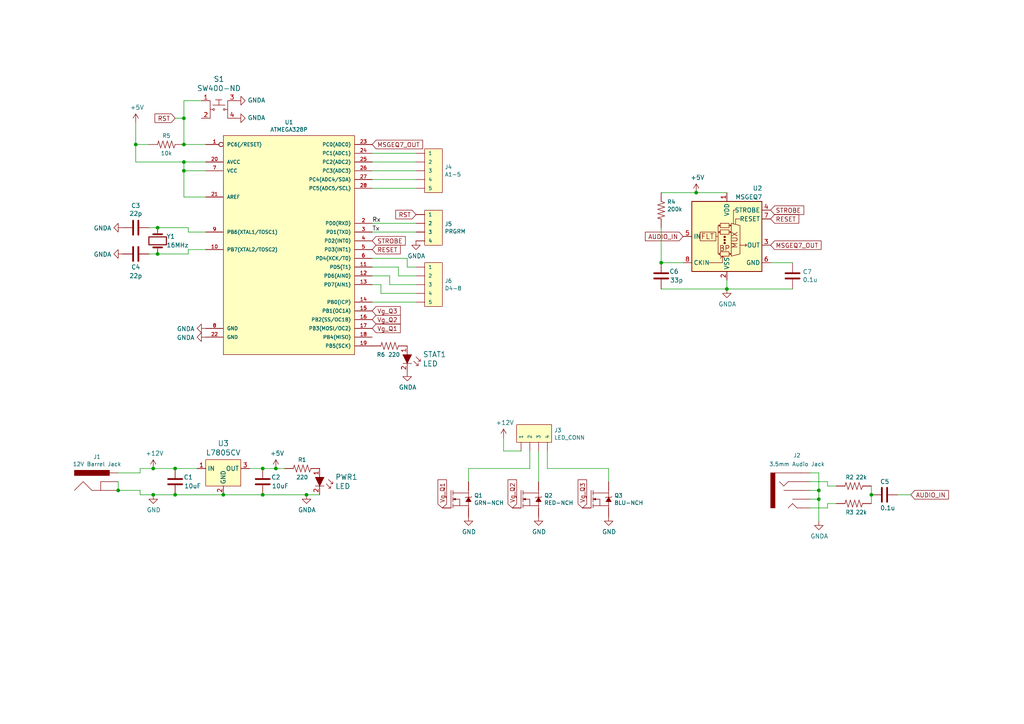
<source format=kicad_sch>
(kicad_sch (version 20231120) (generator "eeschema") (generator_version "8.0")
  (paper "A4")
  (lib_symbols
    (symbol "Audio:MSGEQ7"
      (property "Reference" "U" (at -2.54 13.97 0))
      (property "Value" "MSGEQ7" (at -2.54 11.43 0))
      (symbol "MSGEQ7_0_0"
        (polyline (pts (xy -5.08 -7.62) (xy -1.27 -7.62) (xy -1.27 -5.715)))
        (polyline (pts (xy -1.905 -6.35) (xy -1.27 -5.715) (xy -0.635 -6.35)))
        (polyline (pts (xy 2.54 7.62) (xy 1.905 7.62) (xy 1.905 3.683)))
        (polyline (pts (xy 3.81 5.08) (xy 2.54 5.08) (xy 2.54 3.556)))
        (text "BP" (at -0.635 -3.429 0) (effects (font (size 1.524 1.524))))
        (text "FLT" (at -5.588 0 0) (effects (font (size 1.524 1.524))))
        (text "MUX" (at 2.286 -1.016 900) (effects (font (size 1.524 1.524))))
      )
      (symbol "MSGEQ7_0_1"
        (rectangle (start -3.175 -1.27) (end -7.747 1.27))
        (rectangle (start -1.905 -4.445) (end 0.635 -5.715))
        (rectangle (start -1.905 1.905) (end 0.635 0.635))
        (circle (center -0.635 -1.905) (radius 0.254) (fill (type outline)))
        (circle (center -0.635 -1.016) (radius 0.254) (fill (type outline)))
        (circle (center -0.635 -0.127) (radius 0.254) (fill (type outline)))
        (polyline (pts (xy -3.175 0) (xy -2.54 0)))
        (polyline (pts (xy -2.54 1.27) (xy -1.905 1.27)))
        (polyline (pts (xy 0.635 -5.08) (xy 1.27 -5.08)))
        (polyline (pts (xy 0.635 1.27) (xy 1.27 1.27)))
        (polyline (pts (xy 0.635 3.175) (xy 1.27 3.175)))
        (polyline (pts (xy 3.81 -2.54) (xy 5.715 -2.54)))
        (polyline (pts (xy 5.715 -2.54) (xy 5.334 -2.921)))
        (polyline (pts (xy 5.715 -2.54) (xy 5.334 -2.159)))
        (polyline (pts (xy -2.286 -4.826) (xy -2.032 -5.08) (xy -2.286 -5.334)))
        (polyline (pts (xy -2.286 1.524) (xy -2.032 1.27) (xy -2.286 1.016)))
        (polyline (pts (xy -2.286 3.429) (xy -2.032 3.175) (xy -2.286 2.921)))
        (polyline (pts (xy 0.889 -4.826) (xy 1.143 -5.08) (xy 0.889 -5.334)))
        (polyline (pts (xy 0.889 1.524) (xy 1.143 1.27) (xy 0.889 1.016)))
        (polyline (pts (xy 0.889 3.429) (xy 1.143 3.175) (xy 0.889 2.921)))
        (polyline (pts (xy -1.905 3.175) (xy -2.54 3.175) (xy -2.54 -5.08) (xy -1.905 -5.08)))
        (polyline (pts (xy 1.27 3.81) (xy 1.27 -5.715) (xy 3.81 -5.08) (xy 3.81 3.175) (xy 1.27 3.81)))
        (rectangle (start 0.635 2.54) (end -1.905 3.81))
        (rectangle (start 10.16 10.16) (end -10.16 -10.16) (stroke (width 0.254)) (fill (type background)))
      )
      (symbol "MSGEQ7_1_1"
        (pin power_in line (at 0 12.7 270) (length 2.54) (name "VDD") (number "1"))
        (pin power_in line (at 0 -12.7 90) (length 2.54) (name "VSS") (number "2"))
        (pin output line (at 12.7 -2.54 180) (length 2.54) (name "OUT") (number "3"))
        (pin input line (at 12.7 7.62 180) (length 2.54) (name "STROBE") (number "4"))
        (pin input line (at -12.7 0 0) (length 2.54) (name "IN") (number "5"))
        (pin power_out line (at 12.7 -7.62 180) (length 2.54) (name "GND") (number "6"))
        (pin input line (at 12.7 5.08 180) (length 2.54) (name "RESET") (number "7"))
        (pin input line (at -12.7 -7.62 0) (length 2.54) (name "CKIN") (number "8"))
      )
    )
    (symbol "Device:C" (pin_numbers hide) (pin_names (offset 0.254))
      (property "Reference" "C" (at 0.635 2.54 0))
      (property "Value" "C" (at 0.635 -2.54 0))
      (symbol "C_0_1"
        (polyline (pts (xy -2.032 -0.762) (xy 2.032 -0.762)) (stroke (width 0.508)))
        (polyline (pts (xy -2.032 0.762) (xy 2.032 0.762)) (stroke (width 0.508)))
      )
      (symbol "C_1_1"
        (pin passive line (at 0 3.81 270) (length 2.794) (name "~") (number "1"))
        (pin passive line (at 0 -3.81 90) (length 2.794) (name "~") (number "2"))
      )
    )
    (symbol "Device:Crystal" (pin_numbers hide) (pin_names (offset 1.016) hide)
      (property "Reference" "Y" (at 0 3.81 0))
      (property "Value" "Crystal" (at 0 -3.81 0))
      (symbol "Crystal_0_1"
        (rectangle (start -1.143 2.54) (end 1.143 -2.54) (stroke (width 0.3048)))
        (polyline (pts (xy -2.54 0) (xy -1.905 0)))
        (polyline (pts (xy -1.905 -1.27) (xy -1.905 1.27)) (stroke (width 0.508)))
        (polyline (pts (xy 1.905 -1.27) (xy 1.905 1.27)) (stroke (width 0.508)))
        (polyline (pts (xy 2.54 0) (xy 1.905 0)))
      )
      (symbol "Crystal_1_1"
        (pin passive line (at -3.81 0 0) (length 1.27) (name "1") (number "1"))
        (pin passive line (at 3.81 0 180) (length 1.27) (name "2") (number "2"))
      )
    )
    (symbol "LED-Music-rescue:+12V-power" (power) (pin_names (offset 0))
      (property "Value" "power_+12V" (at 0 3.556 0))
      (symbol "+12V-power_0_1"
        (polyline (pts (xy -0.762 1.27) (xy 0 2.54)))
        (polyline (pts (xy 0 0) (xy 0 2.54)))
        (polyline (pts (xy 0 2.54) (xy 0.762 1.27)))
      )
      (symbol "+12V-power_1_1"
        (pin power_in line (at 0 0 90) (length 0) hide (name "+12V") (number "1"))
      )
    )
    (symbol "LED-Music-rescue:+5V-power" (power) (pin_names (offset 0))
      (property "Value" "power_+5V" (at 0 3.556 0))
      (symbol "+5V-power_0_1"
        (polyline (pts (xy -0.762 1.27) (xy 0 2.54)))
        (polyline (pts (xy 0 0) (xy 0 2.54)))
        (polyline (pts (xy 0 2.54) (xy 0.762 1.27)))
      )
      (symbol "+5V-power_1_1"
        (pin power_in line (at 0 0 90) (length 0) hide (name "+5V") (number "1"))
      )
    )
    (symbol "LED-Music-rescue:ATMEGA328P_PDIP-SparkFun-IC-Microcontroller" (pin_names (offset 1.016))
      (property "Reference" "U" (at -19.05 33.02 0))
      (property "Value" "SparkFun-IC-Microcontroller_ATMEGA328P_PDIP" (at -19.05 -34.29 0))
      (property "Field5" "IC-09136" (at 0 35.56 0))
      (symbol "ATMEGA328P_PDIP-SparkFun-IC-Microcontroller_1_1"
        (polyline (pts (xy -19.05 31.75) (xy 19.05 31.75) (xy 19.05 -31.75) (xy -19.05 -31.75) (xy -19.05 31.75)) (fill (type background)))
        (pin bidirectional inverted (at -24.13 29.21 0) (length 5.08) (name "PC6(/RESET)") (number "1"))
        (pin bidirectional line (at -24.13 -1.27 0) (length 5.08) (name "PB7(XTAL2/TOSC2)") (number "10"))
        (pin bidirectional line (at 24.13 -6.35 180) (length 5.08) (name "PD5(T1)") (number "11"))
        (pin bidirectional line (at 24.13 -8.89 180) (length 5.08) (name "PD6(AIN0)") (number "12"))
        (pin bidirectional line (at 24.13 -11.43 180) (length 5.08) (name "PD7(AIN1)") (number "13"))
        (pin bidirectional line (at 24.13 -16.51 180) (length 5.08) (name "PB0(ICP)") (number "14"))
        (pin bidirectional line (at 24.13 -19.05 180) (length 5.08) (name "PB1(OC1A)") (number "15"))
        (pin bidirectional line (at 24.13 -21.59 180) (length 5.08) (name "PB2(SS/OC1B)") (number "16"))
        (pin bidirectional line (at 24.13 -24.13 180) (length 5.08) (name "PB3(MOSI/OC2)") (number "17"))
        (pin bidirectional line (at 24.13 -26.67 180) (length 5.08) (name "PB4(MISO)") (number "18"))
        (pin bidirectional line (at 24.13 -29.21 180) (length 5.08) (name "PB5(SCK)") (number "19"))
        (pin bidirectional line (at 24.13 6.35 180) (length 5.08) (name "PD0(RXD)") (number "2"))
        (pin bidirectional line (at -24.13 24.13 0) (length 5.08) (name "AVCC") (number "20"))
        (pin bidirectional line (at -24.13 13.97 0) (length 5.08) (name "AREF") (number "21"))
        (pin bidirectional line (at -24.13 -26.67 0) (length 5.08) (name "GND") (number "22"))
        (pin bidirectional line (at 24.13 29.21 180) (length 5.08) (name "PC0(ADC0)") (number "23"))
        (pin bidirectional line (at 24.13 26.67 180) (length 5.08) (name "PC1(ADC1)") (number "24"))
        (pin bidirectional line (at 24.13 24.13 180) (length 5.08) (name "PC2(ADC2)") (number "25"))
        (pin bidirectional line (at 24.13 21.59 180) (length 5.08) (name "PC3(ADC3)") (number "26"))
        (pin bidirectional line (at 24.13 19.05 180) (length 5.08) (name "PC4(ADC4/SDA)") (number "27"))
        (pin bidirectional line (at 24.13 16.51 180) (length 5.08) (name "PC5(ADC5/SCL)") (number "28"))
        (pin bidirectional line (at 24.13 3.81 180) (length 5.08) (name "PD1(TXD)") (number "3"))
        (pin bidirectional line (at 24.13 1.27 180) (length 5.08) (name "PD2(INT0)") (number "4"))
        (pin bidirectional line (at 24.13 -1.27 180) (length 5.08) (name "PD3(INT1)") (number "5"))
        (pin bidirectional line (at 24.13 -3.81 180) (length 5.08) (name "PD4(XCK/T0)") (number "6"))
        (pin bidirectional line (at -24.13 21.59 0) (length 5.08) (name "VCC") (number "7"))
        (pin bidirectional line (at -24.13 -24.13 0) (length 5.08) (name "GND") (number "8"))
        (pin bidirectional line (at -24.13 3.81 0) (length 5.08) (name "PB6(XTAL1/TOSC1)") (number "9"))
      )
    )
    (symbol "LED-Music-rescue:AUDIO_JACK_3.5MM_PTH-SparkFun-Connectors" (pin_numbers hide) (pin_names (offset 1.016) hide)
      (property "Reference" "J" (at -6.35 6.35 0))
      (property "Value" "SparkFun-Connectors_AUDIO_JACK_3.5MM_PTH" (at -6.35 -7.62 0))
      (property "Field5" "CONN-08774" (at 0 10.16 0))
      (symbol "AUDIO_JACK_3.5MM_PTH-SparkFun-Connectors_1_0"
        (polyline (pts (xy -2.54 0) (xy 2.54 0)))
        (polyline (pts (xy -2.54 1.27) (xy -3.81 2.54)))
        (polyline (pts (xy -1.27 -5.08) (xy 0 -3.81)))
        (polyline (pts (xy -1.27 2.54) (xy -2.54 1.27)))
        (polyline (pts (xy 0 -3.81) (xy 1.27 -5.08)))
        (polyline (pts (xy 0 -2.54) (xy 2.54 -2.54)))
        (polyline (pts (xy 1.27 -5.08) (xy 2.54 -5.08)))
        (polyline (pts (xy 2.54 2.54) (xy -1.27 2.54)))
        (polyline (pts (xy 2.54 5.08) (xy -5.08 5.08)))
      )
      (symbol "AUDIO_JACK_3.5MM_PTH-SparkFun-Connectors_1_1"
        (rectangle (start -6.35 -5.08) (end -5.08 5.08) (fill (type outline)))
        (pin bidirectional line (at 5.08 2.54 180) (length 2.54) (name "RING") (number "RING"))
        (pin bidirectional line (at 5.08 0 180) (length 2.54) (name "RSH") (number "RSH"))
        (pin bidirectional line (at 5.08 5.08 180) (length 2.54) (name "SLEEVE") (number "SLEE"))
        (pin bidirectional line (at 5.08 -5.08 180) (length 2.54) (name "TIP") (number "TIP"))
        (pin bidirectional line (at 5.08 -2.54 180) (length 2.54) (name "TSH") (number "TSH"))
      )
    )
    (symbol "LED-Music-rescue:CONN_04-SparkFun-Connectors" (pin_numbers hide) (pin_names (offset 1.016))
      (property "Reference" "J" (at -5.08 10.16 0))
      (property "Value" "SparkFun-Connectors_CONN_04" (at -5.08 -3.81 0))
      (property "Field5" "CONN-09696" (at 0 13.97 0))
      (symbol "CONN_04-SparkFun-Connectors_0_1"
        (rectangle (start 0 -1.27) (end -5.08 8.89) (fill (type background)))
      )
      (symbol "CONN_04-SparkFun-Connectors_1_1"
        (pin passive line (at 2.54 0 180) (length 2.54) (name "1") (number "1"))
        (pin passive line (at 2.54 2.54 180) (length 2.54) (name "2") (number "2"))
        (pin passive line (at 2.54 5.08 180) (length 2.54) (name "3") (number "3"))
        (pin passive line (at 2.54 7.62 180) (length 2.54) (name "4") (number "4"))
      )
    )
    (symbol "LED-Music-rescue:CONN_05-SparkFun-Connectors" (pin_numbers hide) (pin_names (offset 1.016))
      (property "Reference" "J" (at -5.08 12.7 0))
      (property "Value" "SparkFun-Connectors_CONN_05" (at -5.08 -3.81 0))
      (property "Field5" "XXX-00000" (at 0 16.51 0))
      (symbol "CONN_05-SparkFun-Connectors_0_1"
        (rectangle (start 0 -1.27) (end -5.08 11.43) (fill (type background)))
      )
      (symbol "CONN_05-SparkFun-Connectors_1_1"
        (pin passive line (at 2.54 0 180) (length 2.54) (name "1") (number "1"))
        (pin passive line (at 2.54 2.54 180) (length 2.54) (name "2") (number "2"))
        (pin passive line (at 2.54 5.08 180) (length 2.54) (name "3") (number "3"))
        (pin passive line (at 2.54 7.62 180) (length 2.54) (name "4") (number "4"))
        (pin passive line (at 2.54 10.16 180) (length 2.54) (name "5") (number "5"))
      )
    )
    (symbol "LED-Music-rescue:GND-power" (power) (pin_names (offset 0))
      (property "Value" "power_GND" (at 0 -3.81 0))
      (symbol "GND-power_0_1"
        (polyline (pts (xy 0 0) (xy 0 -1.27) (xy 1.27 -1.27) (xy 0 -2.54) (xy -1.27 -1.27) (xy 0 -1.27)))
      )
      (symbol "GND-power_1_1"
        (pin power_in line (at 0 0 270) (length 0) hide (name "GND") (number "1"))
      )
    )
    (symbol "LED-Music-rescue:GNDA-power" (power) (pin_names (offset 0))
      (property "Value" "power_GNDA" (at 0 -3.81 0))
      (symbol "GNDA-power_0_1"
        (polyline (pts (xy 0 0) (xy 0 -1.27) (xy 1.27 -1.27) (xy 0 -2.54) (xy -1.27 -1.27) (xy 0 -1.27)))
      )
      (symbol "GNDA-power_1_1"
        (pin power_in line (at 0 0 270) (length 0) hide (name "GNDA") (number "1"))
      )
    )
    (symbol "LED-Music-rescue:L7805CV-dk_PMIC-Voltage-Regulators-Linear"
      (property "Reference" "U" (at 0 3.81 0))
      (property "Value" "dk_PMIC-Voltage-Regulators-Linear_L7805CV" (at 0 6.35 0))
      (symbol "L7805CV-dk_PMIC-Voltage-Regulators-Linear_1_1"
        (rectangle (start -5.08 2.54) (end 5.08 -5.08) (fill (type background)))
        (pin power_in line (at -7.62 0 0) (length 2.54) (name "IN") (number "1"))
        (pin power_in line (at 0 -7.62 90) (length 2.54) (name "GND") (number "2"))
        (pin power_out line (at 7.62 0 180) (length 2.54) (name "OUT") (number "3"))
      )
    )
    (symbol "LED-Music-rescue:LG_R971-KN-1-dk_LED-Indication-Discrete" (pin_names (offset 0))
      (property "Reference" "D" (at -5.08 3.81 0))
      (property "Value" "dk_LED-Indication-Discrete_LG_R971-KN-1" (at -1.27 -3.81 0))
      (symbol "LG_R971-KN-1-dk_LED-Indication-Discrete_0_1"
        (polyline (pts (xy -0.635 3.81) (xy -1.905 2.54)))
        (polyline (pts (xy 0 1.27) (xy 0 -1.27)))
        (polyline (pts (xy 0.635 3.175) (xy -0.635 1.905)))
        (polyline (pts (xy -1.27 3.81) (xy -0.635 3.81) (xy -0.635 3.175)))
        (polyline (pts (xy 0 3.175) (xy 0.635 3.175) (xy 0.635 2.54)))
        (polyline (pts (xy -2.54 1.27) (xy -2.54 -1.27) (xy 0 0) (xy -2.54 1.27)) (fill (type outline)))
      )
      (symbol "LG_R971-KN-1-dk_LED-Indication-Discrete_1_1"
        (pin passive line (at -5.08 0 0) (length 2.54) (name "~") (number "1"))
        (pin passive line (at 2.54 0 180) (length 2.54) (name "~") (number "2"))
      )
    )
    (symbol "LED-Music-rescue:MOSFET-NCH-FQP30N06L-SparkFun-DiscreteSemi" (pin_numbers hide) (pin_names (offset 1.016) hide)
      (property "Reference" "Q" (at 3.81 3.81 0))
      (property "Value" "SparkFun-DiscreteSemi_MOSFET-NCH-FQP30N06L" (at 3.81 -5.08 0))
      (property "Field5" "TRANS-10060" (at 0 7.62 0))
      (symbol "MOSFET-NCH-FQP30N06L-SparkFun-DiscreteSemi_1_0"
        (polyline (pts (xy -2.54 -2.54) (xy -2.54 2.54)))
        (polyline (pts (xy -1.9812 -1.905) (xy -1.9812 -2.54)))
        (polyline (pts (xy -1.9812 -1.905) (xy 0 -1.905)))
        (polyline (pts (xy -1.9812 -1.2954) (xy -1.9812 -1.905)))
        (polyline (pts (xy -1.9812 0.6858) (xy -1.9812 -0.8382)))
        (polyline (pts (xy -1.9812 1.8034) (xy -1.9812 1.0922)))
        (polyline (pts (xy -1.9812 1.8034) (xy 2.54 1.8034)))
        (polyline (pts (xy -1.9812 2.54) (xy -1.9812 1.8034)))
        (polyline (pts (xy 0 -1.905) (xy 0 0)))
        (polyline (pts (xy 0 0) (xy -1.2192 0)))
        (polyline (pts (xy 1.6002 0.381) (xy 1.778 0.5588)))
        (polyline (pts (xy 2.54 -2.54) (xy 2.54 -1.905)))
        (polyline (pts (xy 2.54 -1.905) (xy 0 -1.905)))
        (polyline (pts (xy 2.54 -0.7112) (xy 2.54 -1.905)))
        (polyline (pts (xy 2.54 0.5588) (xy 1.778 0.5588)))
        (polyline (pts (xy 2.54 0.5588) (xy 3.302 0.5588)))
        (polyline (pts (xy 2.54 1.8034) (xy 2.54 0.5588)))
        (polyline (pts (xy 2.54 2.54) (xy 2.54 1.8034)))
        (polyline (pts (xy 3.302 0.5588) (xy 3.4798 0.7366)))
      )
      (symbol "MOSFET-NCH-FQP30N06L-SparkFun-DiscreteSemi_1_1"
        (polyline (pts (xy -1.9812 0) (xy -1.2192 0.254) (xy -1.2192 0.254) (xy -1.2192 -0.254) (xy -1.2192 -0.254) (xy -1.9812 0)) (fill (type outline)))
        (polyline (pts (xy 1.778 -0.7112) (xy 2.54 0.5588) (xy 2.54 0.5588) (xy 3.302 -0.7112) (xy 3.302 -0.7112) (xy 1.778 -0.7112)) (fill (type outline)))
        (pin bidirectional line (at -5.08 -2.54 0) (length 2.54) (name "G") (number "1"))
        (pin bidirectional line (at 2.54 5.08 270) (length 2.54) (name "D") (number "2"))
        (pin bidirectional line (at 2.54 -5.08 90) (length 2.54) (name "S") (number "3"))
      )
    )
    (symbol "LED-Music-rescue:POWER_JACKSLT-SparkFun-Connectors" (pin_numbers hide) (pin_names (offset 1.016) hide)
      (property "Reference" "J" (at -7.62 3.81 0))
      (property "Value" "SparkFun-Connectors_POWER_JACKSLT" (at -7.62 -5.08 0))
      (property "Field5" "PRT-00119" (at 0 7.62 0))
      (symbol "POWER_JACKSLT-SparkFun-Connectors_1_0"
        (polyline (pts (xy -7.62 -2.54) (xy -5.08 0)))
        (polyline (pts (xy -5.08 0) (xy -2.54 -2.54)))
        (polyline (pts (xy -2.54 -2.54) (xy 0 -2.54)))
        (polyline (pts (xy 0 -2.54) (xy 0 0)))
        (polyline (pts (xy 0 -2.54) (xy 2.54 -2.54)))
        (polyline (pts (xy 0 0) (xy 2.54 0)))
      )
      (symbol "POWER_JACKSLT-SparkFun-Connectors_1_1"
        (rectangle (start -7.62 1.778) (end 2.54 3.302) (fill (type outline)))
        (pin bidirectional line (at 5.08 -2.54 180) (length 2.54) (name "GND") (number "GND@"))
        (pin bidirectional line (at 5.08 0 180) (length 2.54) (name "GNDBREAK") (number "GND@"))
        (pin bidirectional line (at 5.08 2.54 180) (length 2.54) (name "PWR") (number "PWR"))
      )
    )
    (symbol "LED-Music-rescue:RESISTOR1206-SparkFun-Resistors" (pin_numbers hide) (pin_names (offset 1.016) hide)
      (property "Reference" "R" (at -5.08 1.27 0))
      (property "Value" "SparkFun-Resistors_RESISTOR1206" (at -5.08 -3.81 0))
      (property "Field5" " " (at 0 5.08 0))
      (symbol "RESISTOR1206-SparkFun-Resistors_1_0"
        (polyline (pts (xy -2.54 0) (xy -2.159 1.016)))
        (polyline (pts (xy -2.159 1.016) (xy -1.524 -1.016)))
        (polyline (pts (xy -1.524 -1.016) (xy -0.889 1.016)))
        (polyline (pts (xy -0.889 1.016) (xy -0.254 -1.016)))
        (polyline (pts (xy -0.254 -1.016) (xy 0.381 1.016)))
        (polyline (pts (xy 0.381 1.016) (xy 1.016 -1.016)))
        (polyline (pts (xy 1.016 -1.016) (xy 1.651 1.016)))
        (polyline (pts (xy 1.651 1.016) (xy 2.286 -1.016)))
        (polyline (pts (xy 2.286 -1.016) (xy 2.54 0)))
      )
      (symbol "RESISTOR1206-SparkFun-Resistors_1_1"
        (pin passive line (at -5.08 0 0) (length 2.54) (name "1") (number "1"))
        (pin passive line (at 5.08 0 180) (length 2.54) (name "2") (number "2"))
      )
    )
    (symbol "LED-Music-rescue:SW400-ND-SW400-ND" (pin_names (offset 1.016))
      (property "Reference" "S" (at 0 5.08 0))
      (property "Value" "SW400-ND_SW400-ND" (at 0 -5.08 0))
      (symbol "SW400-ND-SW400-ND_0_1"
        (circle (center -1.524 0) (radius 0.254))
        (polyline (pts (xy -2.54 2.54) (xy -2.54 -2.54)))
        (polyline (pts (xy -1.778 0) (xy -2.54 0)))
        (polyline (pts (xy -1.778 1.27) (xy 1.778 1.27)))
        (polyline (pts (xy 2.54 -2.54) (xy 2.54 2.54)))
        (polyline (pts (xy 2.54 0) (xy 1.778 0)))
        (circle (center 1.524 0) (radius 0.254))
      )
      (symbol "SW400-ND-SW400-ND_1_1"
        (polyline (pts (xy -1.016 2.794) (xy 0.889 2.794)))
        (polyline (pts (xy 0 2.794) (xy 0 1.27)))
        (pin passive line (at -5.08 2.54 0) (length 2.54) (name "~") (number "1"))
        (pin passive line (at -5.08 -2.54 0) (length 2.54) (name "~") (number "2"))
        (pin passive line (at 5.08 2.54 180) (length 2.54) (name "~") (number "3"))
        (pin passive line (at 5.08 -2.54 180) (length 2.54) (name "~") (number "4"))
      )
    )
  )
  (junction (at 39.37 41.91))
  (junction (at 76.2 135.89))
  (junction (at 64.77 143.51))
  (junction (at 45.72 73.66))
  (junction (at 252.73 143.51))
  (junction (at 45.72 66.04))
  (junction (at 237.49 142.24))
  (junction (at 44.45 135.89))
  (junction (at 201.93 55.88))
  (junction (at 191.77 76.2))
  (junction (at 44.45 143.51))
  (junction (at 53.34 41.91))
  (junction (at 50.8 143.51))
  (junction (at 76.2 143.51))
  (junction (at 80.01 135.89))
  (junction (at 53.34 46.99))
  (junction (at 53.34 49.53))
  (junction (at 210.82 83.82))
  (junction (at 50.8 135.89))
  (junction (at 237.49 144.78))
  (junction (at 34.29 142.24))
  (junction (at 53.34 34.29))
  (junction (at 88.9 143.51))
  (wire (pts (xy 107.95 49.53) (xy 120.65 49.53)))
  (wire (pts (xy 118.11 74.93) (xy 107.95 74.93)))
  (wire (pts (xy 210.82 83.82) (xy 229.87 83.82)))
  (wire (pts (xy 135.89 135.89) (xy 135.89 139.7)))
  (wire (pts (xy 39.37 41.91) (xy 43.18 41.91)))
  (wire (pts (xy 113.03 82.55) (xy 113.03 80.01)))
  (wire (pts (xy 115.57 80.01) (xy 120.65 80.01)))
  (wire (pts (xy 72.39 135.89) (xy 76.2 135.89)))
  (wire (pts (xy 40.64 143.51) (xy 40.64 142.24)))
  (wire (pts (xy 110.49 85.09) (xy 120.65 85.09)))
  (wire (pts (xy 191.77 55.88) (xy 201.93 55.88)))
  (wire (pts (xy 156.21 130.81) (xy 156.21 139.7)))
  (wire (pts (xy 237.49 142.24) (xy 234.95 142.24)))
  (wire (pts (xy 88.9 143.51) (xy 92.71 143.51)))
  (wire (pts (xy 59.69 41.91) (xy 53.34 41.91)))
  (wire (pts (xy 210.82 81.28) (xy 210.82 83.82)))
  (wire (pts (xy 45.72 73.66) (xy 54.61 73.66)))
  (wire (pts (xy 53.34 46.99) (xy 53.34 49.53)))
  (wire (pts (xy 76.2 143.51) (xy 88.9 143.51)))
  (wire (pts (xy 240.03 147.32) (xy 234.95 147.32)))
  (wire (pts (xy 45.72 66.04) (xy 54.61 66.04)))
  (wire (pts (xy 146.05 130.81) (xy 151.13 130.81)))
  (wire (pts (xy 191.77 76.2) (xy 198.12 76.2)))
  (wire (pts (xy 34.29 137.16) (xy 40.64 137.16)))
  (wire (pts (xy 120.65 77.47) (xy 118.11 77.47)))
  (wire (pts (xy 240.03 146.05) (xy 240.03 147.32)))
  (wire (pts (xy 107.95 44.45) (xy 120.65 44.45)))
  (wire (pts (xy 153.67 135.89) (xy 153.67 130.81)))
  (wire (pts (xy 113.03 80.01) (xy 107.95 80.01)))
  (wire (pts (xy 40.64 137.16) (xy 40.64 135.89)))
  (wire (pts (xy 57.15 135.89) (xy 50.8 135.89)))
  (wire (pts (xy 234.95 137.16) (xy 237.49 137.16)))
  (wire (pts (xy 115.57 77.47) (xy 115.57 80.01)))
  (wire (pts (xy 252.73 146.05) (xy 252.73 143.51)))
  (wire (pts (xy 191.77 66.04) (xy 191.77 76.2)))
  (wire (pts (xy 40.64 135.89) (xy 44.45 135.89)))
  (wire (pts (xy 107.95 67.31) (xy 120.65 67.31)))
  (wire (pts (xy 242.57 146.05) (xy 240.03 146.05)))
  (wire (pts (xy 59.69 72.39) (xy 54.61 72.39)))
  (wire (pts (xy 76.2 135.89) (xy 80.01 135.89)))
  (wire (pts (xy 54.61 72.39) (xy 54.61 73.66)))
  (wire (pts (xy 107.95 64.77) (xy 120.65 64.77)))
  (wire (pts (xy 107.95 82.55) (xy 110.49 82.55)))
  (wire (pts (xy 120.65 46.99) (xy 107.95 46.99)))
  (wire (pts (xy 242.57 140.97) (xy 240.03 140.97)))
  (wire (pts (xy 153.67 135.89) (xy 135.89 135.89)))
  (wire (pts (xy 120.65 52.07) (xy 107.95 52.07)))
  (wire (pts (xy 43.18 73.66) (xy 45.72 73.66)))
  (wire (pts (xy 223.52 76.2) (xy 229.87 76.2)))
  (wire (pts (xy 53.34 49.53) (xy 53.34 57.15)))
  (wire (pts (xy 53.34 34.29) (xy 53.34 41.91)))
  (wire (pts (xy 40.64 142.24) (xy 34.29 142.24)))
  (wire (pts (xy 252.73 143.51) (xy 252.73 140.97)))
  (wire (pts (xy 39.37 41.91) (xy 39.37 46.99)))
  (wire (pts (xy 237.49 144.78) (xy 234.95 144.78)))
  (wire (pts (xy 39.37 46.99) (xy 53.34 46.99)))
  (wire (pts (xy 176.53 139.7) (xy 176.53 135.89)))
  (wire (pts (xy 43.18 66.04) (xy 45.72 66.04)))
  (wire (pts (xy 34.29 139.7) (xy 34.29 142.24)))
  (wire (pts (xy 201.93 55.88) (xy 210.82 55.88)))
  (wire (pts (xy 50.8 143.51) (xy 64.77 143.51)))
  (wire (pts (xy 146.05 130.81) (xy 146.05 127)))
  (wire (pts (xy 107.95 54.61) (xy 120.65 54.61)))
  (wire (pts (xy 158.75 130.81) (xy 158.75 135.89)))
  (wire (pts (xy 53.34 49.53) (xy 59.69 49.53)))
  (wire (pts (xy 40.64 143.51) (xy 44.45 143.51)))
  (wire (pts (xy 53.34 46.99) (xy 59.69 46.99)))
  (wire (pts (xy 58.42 29.21) (xy 53.34 29.21)))
  (wire (pts (xy 39.37 35.56) (xy 39.37 41.91)))
  (wire (pts (xy 176.53 135.89) (xy 158.75 135.89)))
  (wire (pts (xy 80.01 135.89) (xy 82.55 135.89)))
  (wire (pts (xy 44.45 143.51) (xy 50.8 143.51)))
  (wire (pts (xy 107.95 77.47) (xy 115.57 77.47)))
  (wire (pts (xy 240.03 139.7) (xy 240.03 140.97)))
  (wire (pts (xy 53.34 29.21) (xy 53.34 34.29)))
  (wire (pts (xy 237.49 137.16) (xy 237.49 142.24)))
  (wire (pts (xy 64.77 143.51) (xy 76.2 143.51)))
  (wire (pts (xy 107.95 87.63) (xy 120.65 87.63)))
  (wire (pts (xy 237.49 144.78) (xy 237.49 151.13)))
  (wire (pts (xy 237.49 142.24) (xy 237.49 144.78)))
  (wire (pts (xy 54.61 67.31) (xy 59.69 67.31)))
  (wire (pts (xy 260.35 143.51) (xy 264.16 143.51)))
  (wire (pts (xy 110.49 82.55) (xy 110.49 85.09)))
  (wire (pts (xy 118.11 77.47) (xy 118.11 74.93)))
  (wire (pts (xy 191.77 83.82) (xy 210.82 83.82)))
  (wire (pts (xy 53.34 57.15) (xy 59.69 57.15)))
  (wire (pts (xy 44.45 135.89) (xy 50.8 135.89)))
  (wire (pts (xy 120.65 82.55) (xy 113.03 82.55)))
  (wire (pts (xy 50.8 34.29) (xy 53.34 34.29)))
  (wire (pts (xy 234.95 139.7) (xy 240.03 139.7)))
  (wire (pts (xy 54.61 66.04) (xy 54.61 67.31)))
  (label "Tx" (at 107.95 67.31 0))
  (label "Rx" (at 107.95 64.77 0))
  (global_label "Vg_Q3" (shape input) (at 168.91 147.32 90) (property "Intersheetrefs" "${INTERSHEET_REFS}" (effects (hide yes))))
  (global_label "Vg_Q1" (shape input) (at 128.27 147.32 90) (property "Intersheetrefs" "${INTERSHEET_REFS}" (effects (hide yes))))
  (global_label "AUDIO_IN" (shape input) (at 264.16 143.51 0) (property "Intersheetrefs" "${INTERSHEET_REFS}" (effects (hide yes))))
  (global_label "Vg_Q1" (shape input) (at 107.95 95.25 0) (property "Intersheetrefs" "${INTERSHEET_REFS}" (effects (hide yes))))
  (global_label "MSGEQ7_OUT" (shape input) (at 107.95 41.91 0) (property "Intersheetrefs" "${INTERSHEET_REFS}" (effects (hide yes))))
  (global_label "MSGEQ7_OUT" (shape input) (at 223.52 71.12 0) (property "Intersheetrefs" "${INTERSHEET_REFS}" (effects (hide yes))))
  (global_label "STROBE" (shape input) (at 107.95 69.85 0) (property "Intersheetrefs" "${INTERSHEET_REFS}" (effects (hide yes))))
  (global_label "RESET" (shape input) (at 107.95 72.39 0) (property "Intersheetrefs" "${INTERSHEET_REFS}" (effects (hide yes))))
  (global_label "Vg_Q2" (shape input) (at 148.59 147.32 90) (property "Intersheetrefs" "${INTERSHEET_REFS}" (effects (hide yes))))
  (global_label "Vg_Q2" (shape input) (at 107.95 92.71 0) (property "Intersheetrefs" "${INTERSHEET_REFS}" (effects (hide yes))))
  (global_label "AUDIO_IN" (shape input) (at 198.12 68.58 180) (property "Intersheetrefs" "${INTERSHEET_REFS}" (effects (hide yes))))
  (global_label "STROBE" (shape input) (at 223.52 60.96 0) (property "Intersheetrefs" "${INTERSHEET_REFS}" (effects (hide yes))))
  (global_label "RST" (shape input) (at 50.8 34.29 180) (property "Intersheetrefs" "${INTERSHEET_REFS}" (effects (hide yes))))
  (global_label "Vg_Q3" (shape input) (at 107.95 90.17 0) (property "Intersheetrefs" "${INTERSHEET_REFS}" (effects (hide yes))))
  (global_label "RST" (shape input) (at 120.65 62.23 180) (property "Intersheetrefs" "${INTERSHEET_REFS}" (effects (hide yes))))
  (global_label "RESET" (shape input) (at 223.52 63.5 0) (property "Intersheetrefs" "${INTERSHEET_REFS}" (effects (hide yes))))
  (symbol (lib_id "LED-Music-rescue:ATMEGA328P_PDIP-SparkFun-IC-Microcontroller") (at 83.82 71.12 0) (unit 1)
    (property "Reference" "U1" (at 83.82 35.4584 0) (effects (font (size 1.143 1.143))))
    (property "Value" "ATMEGA328P" (at 83.82 37.592 0) (effects (font (size 1.143 1.143))))
    (property "Footprint" "Source_Footprints:DIP-28_W7.62mm" (effects (hide yes)))
  )
  (symbol (lib_id "LED-Music-rescue:RESISTOR1206-SparkFun-Resistors") (at 87.63 135.89 180) (unit 1)
    (property "Reference" "R1" (at 87.63 133.35 0) (effects (font (size 1.143 1.143))))
    (property "Value" "220" (at 87.63 138.43 0) (effects (font (size 1.143 1.143))))
    (property "Footprint" "Resistor_SMD:R_0805_2012Metric_Pad1.15x1.40mm_HandSolder" (effects (hide yes)))
    (property "Field4" " " (at 87.63 138.9634 0) (effects (font (size 1.524 1.524))))
  )
  (symbol (lib_id "LED-Music-rescue:RESISTOR1206-SparkFun-Resistors") (at 247.65 146.05 180) (unit 1)
    (property "Reference" "R3" (at 247.65 148.59 0) (effects (font (size 1.143 1.143)) (justify left)))
    (property "Value" "22k" (at 251.46 148.59 0) (effects (font (size 1.143 1.143)) (justify left)))
    (property "Footprint" "Resistor_SMD:R_0805_2012Metric_Pad1.15x1.40mm_HandSolder" (effects (hide yes)))
    (property "Field4" " " (at 245.5164 147.7772 90) (effects (font (size 1.524 1.524)) (justify left)))
  )
  (symbol (lib_id "LED-Music-rescue:RESISTOR1206-SparkFun-Resistors") (at 247.65 140.97 180) (unit 1)
    (property "Reference" "R2" (at 247.65 138.43 0) (effects (font (size 1.143 1.143)) (justify left)))
    (property "Value" "22k" (at 251.46 138.43 0) (effects (font (size 1.143 1.143)) (justify left)))
    (property "Footprint" "Resistor_SMD:R_0805_2012Metric_Pad1.15x1.40mm_HandSolder" (effects (hide yes)))
    (property "Field4" " " (at 245.5164 142.6972 90) (effects (font (size 1.524 1.524)) (justify left)))
  )
  (symbol (lib_id "Device:C") (at 50.8 139.7 0) (unit 1)
    (property "Reference" "C1" (at 54.61 138.43 0))
    (property "Value" "10uF" (at 55.88 140.97 0))
    (property "Footprint" "Capacitor_SMD:C_0805_2012Metric_Pad1.15x1.40mm_HandSolder" (effects (hide yes)))
  )
  (symbol (lib_id "Device:C") (at 256.54 143.51 270) (unit 1)
    (property "Reference" "C5" (at 255.27 139.7 90) (effects (justify left)))
    (property "Value" "0.1u" (at 255.27 147.32 90) (effects (justify left)))
    (property "Footprint" "Capacitor_SMD:C_0805_2012Metric_Pad1.15x1.40mm_HandSolder" (effects (hide yes)))
  )
  (symbol (lib_id "Device:C") (at 76.2 139.7 0) (mirror y) (unit 1)
    (property "Reference" "C2" (at 80.01 138.43 0))
    (property "Value" "10uF" (at 81.28 140.97 0))
    (property "Footprint" "Capacitor_SMD:C_0805_2012Metric_Pad1.15x1.40mm_HandSolder" (effects (hide yes)))
  )
  (symbol (lib_name "LED-Music-rescue:POWER_JACKSLT-SparkFun-Connectors") (lib_id "LED-Music-rescue:POWER_JACKSLT-SparkFun-Connectors") (at 29.21 139.7 0) (unit 1)
    (property "Reference" "J1" (at 28.1432 132.4864 0) (effects (font (size 1.143 1.143))))
    (property "Value" "12V Barrel Jack" (at 28.1432 134.62 0) (effects (font (size 1.143 1.143))))
    (property "Footprint" "POWER_JACK_SLOT" (effects (hide yes)))
  )
  (symbol (lib_id "Device:Crystal") (at 45.72 69.85 270) (unit 1)
    (property "Reference" "Y1" (at 48.26 68.58 90) (effects (justify left)))
    (property "Value" "16MHz" (at 48.26 71.12 90) (effects (justify left)))
    (property "Footprint" "HC49US" (effects (hide yes)))
  )
  (symbol (lib_id "Device:C") (at 191.77 80.01 180) (unit 1)
    (property "Reference" "C6" (at 196.85 78.74 0) (effects (justify left)))
    (property "Value" "33p" (at 198.12 81.28 0) (effects (justify left)))
    (property "Footprint" "Capacitor_SMD:C_0805_2012Metric_Pad1.15x1.40mm_HandSolder" (effects (hide yes)))
  )
  (symbol (lib_id "Device:C") (at 229.87 80.01 0) (unit 1)
    (property "Reference" "C7" (at 232.791 78.8416 0) (effects (justify left)))
    (property "Value" "0.1u" (at 232.791 81.153 0) (effects (justify left)))
    (property "Footprint" "Capacitor_SMD:C_0805_2012Metric_Pad1.15x1.40mm_HandSolder" (effects (hide yes)))
  )
  (symbol (lib_id "Audio:MSGEQ7") (at 210.82 68.58 0) (unit 1)
    (property "Reference" "U2" (at 219.71 54.61 0))
    (property "Value" "MSGEQ7" (at 217.17 57.15 0))
    (property "Footprint" "Source_Footprints:DIP-8_W7.62mm" (effects (hide yes)))
    (property "Datasheet" "http://mix-sig.com/images/datasheets/MSGEQ7.pdf" (effects (hide yes)))
  )
  (symbol (lib_id "LED-Music-rescue:CONN_04-SparkFun-Connectors") (at 151.13 128.27 270) (unit 1)
    (property "Reference" "J3" (at 160.7312 124.7902 90) (effects (font (size 1.143 1.143)) (justify left)))
    (property "Value" "LED_CONN" (at 160.7312 126.9238 90) (effects (font (size 1.143 1.143)) (justify left)))
    (property "Footprint" "1X04" (effects (hide yes)))
  )
  (symbol (lib_id "LED-Music-rescue:RESISTOR1206-SparkFun-Resistors") (at 191.77 60.96 270) (unit 1)
    (property "Reference" "R4" (at 193.4972 58.547 90) (effects (font (size 1.143 1.143)) (justify left)))
    (property "Value" "200k" (at 193.4972 60.6806 90) (effects (font (size 1.143 1.143)) (justify left)))
    (property "Footprint" "Resistor_SMD:R_0805_2012Metric_Pad1.15x1.40mm_HandSolder" (effects (hide yes)))
    (property "Field4" " " (at 193.4972 63.0936 90) (effects (font (size 1.524 1.524)) (justify left)))
  )
  (symbol (lib_id "LED-Music-rescue:AUDIO_JACK_3.5MM_PTH-SparkFun-Connectors") (at 229.87 142.24 0) (unit 1)
    (property "Reference" "J2" (at 231.14 132.08 0) (effects (font (size 1.143 1.143))))
    (property "Value" "3.5mm Audio Jack" (at 231.14 134.62 0) (effects (font (size 1.143 1.143))))
    (property "Footprint" "AUDIO-JACK" (effects (hide yes)))
  )
  (symbol (lib_id "LED-Music-rescue:MOSFET-NCH-FQP30N06L-SparkFun-DiscreteSemi") (at 133.35 144.78 0) (unit 1)
    (property "Reference" "Q1" (at 137.5156 143.7132 0) (effects (font (size 1.143 1.143)) (justify left)))
    (property "Value" "GRN-NCH" (at 137.5156 145.8468 0) (effects (font (size 1.143 1.143)) (justify left)))
    (property "Footprint" "TO220V" (effects (hide yes)))
  )
  (symbol (lib_id "LED-Music-rescue:MOSFET-NCH-FQP30N06L-SparkFun-DiscreteSemi") (at 153.67 144.78 0) (unit 1)
    (property "Reference" "Q2" (at 157.8356 143.7132 0) (effects (font (size 1.143 1.143)) (justify left)))
    (property "Value" "RED-NCH" (at 157.8356 145.8468 0) (effects (font (size 1.143 1.143)) (justify left)))
    (property "Footprint" "TO220V" (effects (hide yes)))
  )
  (symbol (lib_id "LED-Music-rescue:MOSFET-NCH-FQP30N06L-SparkFun-DiscreteSemi") (at 173.99 144.78 0) (unit 1)
    (property "Reference" "Q3" (at 178.1556 143.7132 0) (effects (font (size 1.143 1.143)) (justify left)))
    (property "Value" "BLU-NCH" (at 178.1556 145.8468 0) (effects (font (size 1.143 1.143)) (justify left)))
    (property "Footprint" "TO220V" (effects (hide yes)))
  )
  (symbol (lib_id "LED-Music-rescue:SW400-ND-SW400-ND") (at 63.5 31.75 0) (unit 1)
    (property "Reference" "S1" (at 63.5 22.9362 0) (effects (font (size 1.524 1.524))))
    (property "Value" "SW400-ND" (at 63.5 25.6286 0) (effects (font (size 1.524 1.524))))
    (property "Footprint" "digikey-footprints:Switch_Tactile_THT_B3F-1xxx" (effects (hide yes)))
  )
  (symbol (lib_id "LED-Music-rescue:LG_R971-KN-1-dk_LED-Indication-Discrete") (at 92.71 140.97 270) (unit 1)
    (property "Reference" "PWR1" (at 97.2312 138.3538 90) (effects (font (size 1.524 1.524)) (justify left)))
    (property "Value" "LED" (at 97.2312 141.0462 90) (effects (font (size 1.524 1.524)) (justify left)))
    (property "Footprint" "digikey-footprints:0805" (effects (hide yes)))
    (property "Datasheet" "https://dammedia.osram.info/media/resource/hires/osram-dam-2493936/LG%20R971.pdf" (effects (hide yes)))
    (property "Digi-Key_PN" "475-1410-1-ND" (effects (hide yes)))
    (property "MPN" "LG R971-KN-1" (effects (hide yes)))
    (property "Category" "Optoelectronics" (effects (hide yes)))
    (property "Family" "LED Indication - Discrete" (effects (hide yes)))
    (property "DK_Datasheet_Link" "https://dammedia.osram.info/media/resource/hires/osram-dam-2493936/LG%20R971.pdf" (effects (hide yes)))
    (property "DK_Detail_Page" "/product-detail/en/osram-opto-semiconductors-inc/LG-R971-KN-1/475-1410-1-ND/1802598" (effects (hide yes)))
    (property "Description" "LED GREEN DIFFUSED 0805 SMD" (effects (hide yes)))
    (property "Manufacturer" "OSRAM Opto Semiconductors Inc." (effects (hide yes)))
    (property "Status" "Active" (effects (hide yes)))
  )
  (symbol (lib_id "LED-Music-rescue:CONN_04-SparkFun-Connectors") (at 123.19 62.23 180) (unit 1)
    (property "Reference" "J5" (at 128.9812 64.9732 0) (effects (font (size 1.143 1.143)) (justify right)))
    (property "Value" "PRGRM" (at 128.9812 67.1068 0) (effects (font (size 1.143 1.143)) (justify right)))
    (property "Footprint" "1X04" (effects (hide yes)))
  )
  (symbol (lib_id "LED-Music-rescue:GNDA-power") (at 120.65 69.85 0) (unit 1)
    (property "Reference" "#PWR0119" (effects (hide yes)))
    (property "Value" "GNDA" (at 120.777 74.2442 0))
  )
  (symbol (lib_id "LED-Music-rescue:RESISTOR1206-SparkFun-Resistors") (at 48.26 41.91 180) (unit 1)
    (property "Reference" "R5" (at 48.26 39.37 0) (effects (font (size 1.143 1.143))))
    (property "Value" "10k" (at 48.26 44.45 0) (effects (font (size 1.143 1.143))))
    (property "Footprint" "Resistor_SMD:R_0805_2012Metric_Pad1.15x1.40mm_HandSolder" (effects (hide yes)))
    (property "Field4" " " (at 48.26 44.9834 0) (effects (font (size 1.524 1.524))))
  )
  (symbol (lib_id "LED-Music-rescue:GND-power") (at 44.45 143.51 0) (unit 1)
    (property "Reference" "#PWR0102" (effects (hide yes)))
    (property "Value" "GND" (at 44.577 147.9042 0))
  )
  (symbol (lib_id "LED-Music-rescue:GNDA-power") (at 88.9 143.51 0) (unit 1)
    (property "Reference" "#PWR0101" (effects (hide yes)))
    (property "Value" "GNDA" (at 89.027 147.9042 0))
  )
  (symbol (lib_id "LED-Music-rescue:+5V-power") (at 80.01 135.89 0) (unit 1)
    (property "Reference" "#PWR0103" (effects (hide yes)))
    (property "Value" "+5V" (at 80.391 131.4958 0))
  )
  (symbol (lib_id "LED-Music-rescue:+12V-power") (at 44.45 135.89 0) (unit 1)
    (property "Reference" "#PWR0104" (effects (hide yes)))
    (property "Value" "+12V" (at 44.831 131.4958 0))
  )
  (symbol (lib_id "LED-Music-rescue:GNDA-power") (at 237.49 151.13 0) (unit 1)
    (property "Reference" "#PWR0105" (effects (hide yes)))
    (property "Value" "GNDA" (at 237.617 155.5242 0))
  )
  (symbol (lib_id "LED-Music-rescue:GND-power") (at 135.89 149.86 0) (unit 1)
    (property "Reference" "#PWR0106" (effects (hide yes)))
    (property "Value" "GND" (at 136.017 154.2542 0))
  )
  (symbol (lib_id "LED-Music-rescue:GND-power") (at 156.21 149.86 0) (unit 1)
    (property "Reference" "#PWR0107" (effects (hide yes)))
    (property "Value" "GND" (at 156.337 154.2542 0))
  )
  (symbol (lib_id "LED-Music-rescue:GND-power") (at 176.53 149.86 0) (unit 1)
    (property "Reference" "#PWR0108" (effects (hide yes)))
    (property "Value" "GND" (at 176.657 154.2542 0))
  )
  (symbol (lib_id "LED-Music-rescue:+12V-power") (at 146.05 127 0) (unit 1)
    (property "Reference" "#PWR0109" (effects (hide yes)))
    (property "Value" "+12V" (at 146.431 122.6058 0))
  )
  (symbol (lib_id "LED-Music-rescue:CONN_05-SparkFun-Connectors") (at 123.19 44.45 180) (unit 1)
    (property "Reference" "J4" (at 128.9812 48.4632 0) (effects (font (size 1.143 1.143)) (justify right)))
    (property "Value" "A1-5" (at 128.9812 50.5968 0) (effects (font (size 1.143 1.143)) (justify right)))
    (property "Footprint" "1X05" (effects (hide yes)))
  )
  (symbol (lib_id "LED-Music-rescue:+5V-power") (at 39.37 35.56 0) (unit 1)
    (property "Reference" "#PWR0110" (effects (hide yes)))
    (property "Value" "+5V" (at 39.751 31.1658 0))
  )
  (symbol (lib_id "LED-Music-rescue:GNDA-power") (at 35.56 66.04 270) (unit 1)
    (property "Reference" "#PWR0111" (effects (hide yes)))
    (property "Value" "GNDA" (at 32.3342 66.167 90) (effects (justify right)))
  )
  (symbol (lib_id "LED-Music-rescue:GNDA-power") (at 35.56 73.66 270) (unit 1)
    (property "Reference" "#PWR0112" (effects (hide yes)))
    (property "Value" "GNDA" (at 32.3342 73.787 90) (effects (justify right)))
  )
  (symbol (lib_id "LED-Music-rescue:CONN_05-SparkFun-Connectors") (at 123.19 77.47 180) (unit 1)
    (property "Reference" "J6" (at 128.9812 81.4832 0) (effects (font (size 1.143 1.143)) (justify right)))
    (property "Value" "D4-8" (at 128.9812 83.6168 0) (effects (font (size 1.143 1.143)) (justify right)))
    (property "Footprint" "1X05" (effects (hide yes)))
  )
  (symbol (lib_id "LED-Music-rescue:GNDA-power") (at 59.69 97.79 270) (unit 1)
    (property "Reference" "#PWR0113" (effects (hide yes)))
    (property "Value" "GNDA" (at 56.4642 97.917 90) (effects (justify right)))
  )
  (symbol (lib_id "LED-Music-rescue:GNDA-power") (at 59.69 95.25 270) (unit 1)
    (property "Reference" "#PWR0114" (effects (hide yes)))
    (property "Value" "GNDA" (at 56.4642 95.377 90) (effects (justify right)))
  )
  (symbol (lib_id "Device:C") (at 39.37 66.04 270) (unit 1)
    (property "Reference" "C3" (at 39.37 59.6392 90))
    (property "Value" "22p" (at 39.37 61.9506 90))
    (property "Footprint" "Capacitor_SMD:C_0805_2012Metric_Pad1.15x1.40mm_HandSolder" (effects (hide yes)))
  )
  (symbol (lib_id "Device:C") (at 39.37 73.66 270) (unit 1)
    (property "Reference" "C4" (at 39.37 77.47 90))
    (property "Value" "22p" (at 39.37 80.01 90))
    (property "Footprint" "Capacitor_SMD:C_0805_2012Metric_Pad1.15x1.40mm_HandSolder" (effects (hide yes)))
  )
  (symbol (lib_id "LED-Music-rescue:+5V-power") (at 201.93 55.88 0) (unit 1)
    (property "Reference" "#PWR0115" (effects (hide yes)))
    (property "Value" "+5V" (at 202.311 51.4858 0))
  )
  (symbol (lib_id "LED-Music-rescue:GNDA-power") (at 210.82 83.82 0) (unit 1)
    (property "Reference" "#PWR0116" (effects (hide yes)))
    (property "Value" "GNDA" (at 210.947 88.2142 0))
  )
  (symbol (lib_id "LED-Music-rescue:LG_R971-KN-1-dk_LED-Indication-Discrete") (at 118.11 105.41 270) (unit 1)
    (property "Reference" "STAT1" (at 122.6312 102.7938 90) (effects (font (size 1.524 1.524)) (justify left)))
    (property "Value" "LED" (at 122.6312 105.4862 90) (effects (font (size 1.524 1.524)) (justify left)))
    (property "Footprint" "digikey-footprints:0805" (effects (hide yes)))
    (property "Datasheet" "https://dammedia.osram.info/media/resource/hires/osram-dam-2493936/LG%20R971.pdf" (effects (hide yes)))
    (property "Digi-Key_PN" "475-1410-1-ND" (effects (hide yes)))
    (property "MPN" "LG R971-KN-1" (effects (hide yes)))
    (property "Category" "Optoelectronics" (effects (hide yes)))
    (property "Family" "LED Indication - Discrete" (effects (hide yes)))
    (property "DK_Datasheet_Link" "https://dammedia.osram.info/media/resource/hires/osram-dam-2493936/LG%20R971.pdf" (effects (hide yes)))
    (property "DK_Detail_Page" "/product-detail/en/osram-opto-semiconductors-inc/LG-R971-KN-1/475-1410-1-ND/1802598" (effects (hide yes)))
    (property "Description" "LED GREEN DIFFUSED 0805 SMD" (effects (hide yes)))
    (property "Manufacturer" "OSRAM Opto Semiconductors Inc." (effects (hide yes)))
    (property "Status" "Active" (effects (hide yes)))
  )
  (symbol (lib_id "LED-Music-rescue:RESISTOR1206-SparkFun-Resistors") (at 113.03 100.33 180) (unit 1)
    (property "Reference" "R6" (at 110.49 102.87 0) (effects (font (size 1.143 1.143))))
    (property "Value" "220" (at 114.3 102.87 0) (effects (font (size 1.143 1.143))))
    (property "Footprint" "Resistor_SMD:R_0805_2012Metric_Pad1.15x1.40mm_HandSolder" (effects (hide yes)))
    (property "Field4" " " (at 113.03 103.4034 0) (effects (font (size 1.524 1.524))))
  )
  (symbol (lib_id "LED-Music-rescue:GNDA-power") (at 118.11 107.95 0) (unit 1)
    (property "Reference" "#PWR0120" (effects (hide yes)))
    (property "Value" "GNDA" (at 118.237 112.3442 0))
  )
  (symbol (lib_id "LED-Music-rescue:L7805CV-dk_PMIC-Voltage-Regulators-Linear") (at 64.77 135.89 0) (unit 1)
    (property "Reference" "U3" (at 64.77 128.6002 0) (effects (font (size 1.524 1.524))))
    (property "Value" "L7805CV" (at 64.77 131.2926 0) (effects (font (size 1.524 1.524))))
    (property "Footprint" "digikey-footprints:TO-220-3" (effects (hide yes)))
    (property "Datasheet" "http://www.st.com/content/ccc/resource/technical/document/datasheet/41/4f/b3/b0/12/d4/47/88/CD00000444.pdf/files/CD00000444.pdf/jcr:content/translations/en.CD00000444.pdf" (effects (hide yes)))
    (property "Digi-Key_PN" "497-1443-5-ND" (effects (hide yes)))
    (property "MPN" "L7805CV" (effects (hide yes)))
    (property "Category" "Integrated Circuits (ICs)" (effects (hide yes)))
    (property "Family" "PMIC - Voltage Regulators - Linear" (effects (hide yes)))
    (property "DK_Datasheet_Link" "http://www.st.com/content/ccc/resource/technical/document/datasheet/41/4f/b3/b0/12/d4/47/88/CD00000444.pdf/files/CD00000444.pdf/jcr:content/translations/en.CD00000444.pdf" (effects (hide yes)))
    (property "DK_Detail_Page" "/product-detail/en/stmicroelectronics/L7805CV/497-1443-5-ND/585964" (effects (hide yes)))
    (property "Description" "IC REG LINEAR 5V 1.5A TO220AB" (effects (hide yes)))
    (property "Manufacturer" "STMicroelectronics" (effects (hide yes)))
    (property "Status" "Active" (effects (hide yes)))
  )
  (symbol (lib_id "LED-Music-rescue:GNDA-power") (at 68.58 29.21 90) (unit 1)
    (property "Reference" "#PWR0117" (effects (hide yes)))
    (property "Value" "GNDA" (at 71.8058 29.083 90) (effects (justify right)))
  )
  (symbol (lib_id "LED-Music-rescue:GNDA-power") (at 68.58 34.29 90) (unit 1)
    (property "Reference" "#PWR0118" (effects (hide yes)))
    (property "Value" "GNDA" (at 71.8058 34.163 90) (effects (justify right)))
  )
)
</source>
